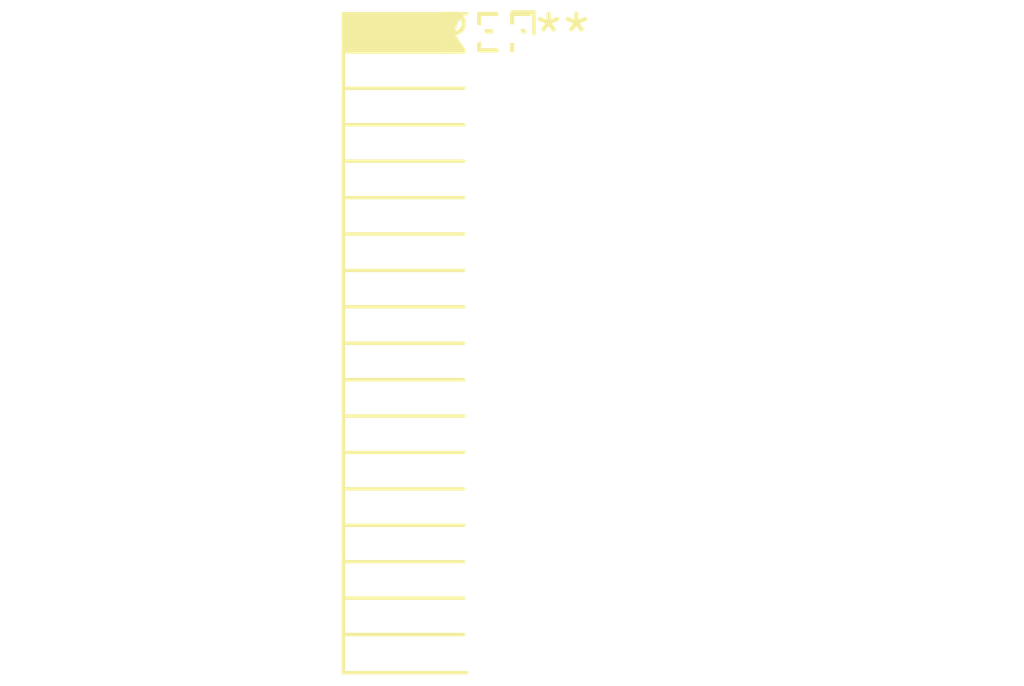
<source format=kicad_pcb>
(kicad_pcb (version 20240108) (generator pcbnew)
  (layers (0 "F.Cu" signal) (31 "B.Cu" signal) (34 "B.Paste" user) (35 "F.Paste" user) (36 "B.SilkS" user "B.Silkscreen") (37 "F.SilkS" user "F.Silkscreen") (38 "B.Mask" user) (39 "F.Mask" user) (44 "Edge.Cuts" user))
  (net 0 "")
  (footprint "PinSocket_2x18_P1.27mm_Horizontal" (layer "F.Cu") (at 0 0)
    (property "Reference" "REF**")
    (property "Value" "PinSocket_2x18_P1.27mm_Horizontal")
    (fp_line (start -5.88 -0.695) (end -5.88 22.285) (layer "F.SilkS") (stroke (width 0.12)))
    (fp_line (start -5.88 -0.695) (end -1.57753 -0.695) (layer "F.SilkS") (stroke (width 0.12)))
    (fp_line (start -5.88 -0.575) (end -1.766966 -0.575) (layer "F.SilkS") (stroke (width 0.12)))
    (fp_line (start -5.88 -0.465) (end -1.871145 -0.465) (layer "F.SilkS") (stroke (width 0.12)))
    (fp_line (start -5.88 -0.355) (end -1.941993 -0.355) (layer "F.SilkS") (stroke (width 0.12)))
    (fp_line (start -5.88 -0.245) (end -1.989427 -0.245) (layer "F.SilkS") (stroke (width 0.12)))
    (fp_line (start -5.88 -0.135) (end -2.017914 -0.135) (layer "F.SilkS") (stroke (width 0.12)))
    (fp_line (start -5.88 -0.025) (end -2.029589 -0.025) (layer "F.SilkS") (stroke (width 0.12)))
    (fp_line (start -5.88 0.085) (end -2.025232 0.085) (layer "F.SilkS") (stroke (width 0.12)))
    (fp_line (start -5.88 0.195) (end -2.004558 0.195) (layer "F.SilkS") (stroke (width 0.12)))
    (fp_line (start -5.88 0.305) (end -1.966114 0.305) (layer "F.SilkS") (stroke (width 0.12)))
    (fp_line (start -5.88 0.415) (end -1.906691 0.415) (layer "F.SilkS") (stroke (width 0.12)))
    (fp_line (start -5.88 0.525) (end -1.819523 0.525) (layer "F.SilkS") (stroke (width 0.12)))
    (fp_line (start -5.88 0.635) (end -1.687582 0.635) (layer "F.SilkS") (stroke (width 0.12)))
    (fp_line (start -5.88 1.905) (end -1.687582 1.905) (layer "F.SilkS") (stroke (width 0.12)))
    (fp_line (start -5.88 3.175) (end -1.687582 3.175) (layer "F.SilkS") (stroke (width 0.12)))
    (fp_line (start -5.88 4.445) (end -1.687582 4.445) (layer "F.SilkS") (stroke (width 0.12)))
    (fp_line (start -5.88 5.715) (end -1.687582 5.715) (layer "F.SilkS") (stroke (width 0.12)))
    (fp_line (start -5.88 6.985) (end -1.687582 6.985) (layer "F.SilkS") (stroke (width 0.12)))
    (fp_line (start -5.88 8.255) (end -1.687582 8.255) (layer "F.SilkS") (stroke (width 0.12)))
    (fp_line (start -5.88 9.525) (end -1.687582 9.525) (layer "F.SilkS") (stroke (width 0.12)))
    (fp_line (start -5.88 10.795) (end -1.687582 10.795) (layer "F.SilkS") (stroke (width 0.12)))
    (fp_line (start -5.88 12.065) (end -1.687582 12.065) (layer "F.SilkS") (stroke (width 0.12)))
    (fp_line (start -5.88 13.335) (end -1.687582 13.335) (layer "F.SilkS") (stroke (width 0.12)))
    (fp_line (start -5.88 14.605) (end -1.687582 14.605) (layer "F.SilkS") (stroke (width 0.12)))
    (fp_line (start -5.88 15.875) (end -1.687582 15.875) (layer "F.SilkS") (stroke (width 0.12)))
    (fp_line (start -5.88 17.145) (end -1.687582 17.145) (layer "F.SilkS") (stroke (width 0.12)))
    (fp_line (start -5.88 18.415) (end -1.687582 18.415) (layer "F.SilkS") (stroke (width 0.12)))
    (fp_line (start -5.88 19.685) (end -1.687582 19.685) (layer "F.SilkS") (stroke (width 0.12)))
    (fp_line (start -5.88 20.955) (end -1.687582 20.955) (layer "F.SilkS") (stroke (width 0.12)))
    (fp_line (start -5.88 22.285) (end -1.57753 22.285) (layer "F.SilkS") (stroke (width 0.12)))
    (fp_line (start 0 -0.76) (end 0.76 -0.76) (layer "F.SilkS") (stroke (width 0.12)))
    (fp_line (start 0.76 -0.76) (end 0.76 0) (layer "F.SilkS") (stroke (width 0.12)))
    (pad "1" thru_hole rect (at 0 0) (size 1 1) (drill 0.65) (layers *.Cu *.Mask) (remove_unused_layers))
    (pad "2" thru_hole oval (at -1.27 0) (size 1 1) (drill 0.65) (layers *.Cu *.Mask) (remove_unused_layers))
    (pad "3" thru_hole oval (at 0 1.27) (size 1 1) (drill 0.65) (layers *.Cu *.Mask) (remove_unused_layers))
    (pad "4" thru_hole oval (at -1.27 1.27) (size 1 1) (drill 0.65) (layers *.Cu *.Mask) (remove_unused_layers))
    (pad "5" thru_hole oval (at 0 2.54) (size 1 1) (drill 0.65) (layers *.Cu *.Mask) (remove_unused_layers))
    (pad "6" thru_hole oval (at -1.27 2.54) (size 1 1) (drill 0.65) (layers *.Cu *.Mask) (remove_unused_layers))
    (pad "7" thru_hole oval (at 0 3.81) (size 1 1) (drill 0.65) (layers *.Cu *.Mask) (remove_unused_layers))
    (pad "8" thru_hole oval (at -1.27 3.81) (size 1 1) (drill 0.65) (layers *.Cu *.Mask) (remove_unused_layers))
    (pad "9" thru_hole oval (at 0 5.08) (size 1 1) (drill 0.65) (layers *.Cu *.Mask) (remove_unused_layers))
    (pad "10" thru_hole oval (at -1.27 5.08) (size 1 1) (drill 0.65) (layers *.Cu *.Mask) (remove_unused_layers))
    (pad "11" thru_hole oval (at 0 6.35) (size 1 1) (drill 0.65) (layers *.Cu *.Mask) (remove_unused_layers))
    (pad "12" thru_hole oval (at -1.27 6.35) (size 1 1) (drill 0.65) (layers *.Cu *.Mask) (remove_unused_layers))
    (pad "13" thru_hole oval (at 0 7.62) (size 1 1) (drill 0.65) (layers *.Cu *.Mask) (remove_unused_layers))
    (pad "14" thru_hole oval (at -1.27 7.62) (size 1 1) (drill 0.65) (layers *.Cu *.Mask) (remove_unused_layers))
    (pad "15" thru_hole oval (at 0 8.89) (size 1 1) (drill 0.65) (layers *.Cu *.Mask) (remove_unused_layers))
    (pad "16" thru_hole oval (at -1.27 8.89) (size 1 1) (drill 0.65) (layers *.Cu *.Mask) (remove_unused_layers))
    (pad "17" thru_hole oval (at 0 10.16) (size 1 1) (drill 0.65) (layers *.Cu *.Mask) (remove_unused_layers))
    (pad "18" thru_hole oval (at -1.27 10.16) (size 1 1) (drill 0.65) (layers *.Cu *.Mask) (remove_unused_layers))
    (pad "19" thru_hole oval (at 0 11.43) (size 1 1) (drill 0.65) (layers *.Cu *.Mask) (remove_unused_layers))
    (pad "20" thru_hole oval (at -1.27 11.43) (size 1 1) (drill 0.65) (layers *.Cu *.Mask) (remove_unused_layers))
    (pad "21" thru_hole oval (at 0 12.7) (size 1 1) (drill 0.65) (layers *.Cu *.Mask) (remove_unused_layers))
    (pad "22" thru_hole oval (at -1.27 12.7) (size 1 1) (drill 0.65) (layers *.Cu *.Mask) (remove_unused_layers))
    (pad "23" thru_hole oval (at 0 13.97) (size 1 1) (drill 0.65) (layers *.Cu *.Mask) (remove_unused_layers))
    (pad "24" thru_hole oval (at -1.27 13.97) (size 1 1) (drill 0.65) (layers *.Cu *.Mask) (remove_unused_layers))
    (pad "25" thru_hole oval (at 0 15.24) (size 1 1) (drill 0.65) (layers *.Cu *.Mask) (remove_unused_layers))
    (pad "26" thru_hole oval (at -1.27 15.24) (size 1 1) (drill 0.65) (layers *.Cu *.Mask) (remove_unused_layers))
    (pad "27" thru_hole oval (at 0 16.51) (size 1 1) (drill 0.65) (layers *.Cu *.Mask) (remove_unused_layers))
    (pad "28" thru_hole oval (at -1.27 16.51) (size 1 1) (drill 0.65) (layers *.Cu *.Mask) (remove_unused_layers))
    (pad "29" thru_hole oval (at 0 17.78) (size 1 1) (drill 0.65) (layers *.Cu *.Mask) (remove_unused_layers))
    (pad "30" thru_hole oval (at -1.27 17.78) (size 1 1) (drill 0.65) (layers *.Cu *.Mask) (remove_unused_layers))
    (pad "31" thru_hole oval (at 0 19.05) (size 1 1) (drill 0.65) (layers *.Cu *.Mask) (remove_unused_layers))
    (pad "32" thru_hole oval (at -1.27 19.05) (size 1 1) (drill 0.65) (layers *.Cu *.Mask) (remove_unused_layers))
    (pad "33" thru_hole oval (at 0 20.32) (size 1 1) (drill 0.65) (layers *.Cu *.Mask) (remove_unused_layers))
    (pad "34" thru_hole oval (at -1.27 20.32) (size 1 1) (drill 0.65) (layers *.Cu *.Mask) (remove_unused_layers))
    (pad "35" thru_hole oval (at 0 21.59) (size 1 1) (drill 0.65) (layers *.Cu *.Mask) (remove_unused_layers))
    (pad "36" thru_hole oval (at -1.27 21.59) (size 1 1) (drill 0.65) (layers *.Cu *.Mask) (remove_unused_layers))
  )
)
</source>
